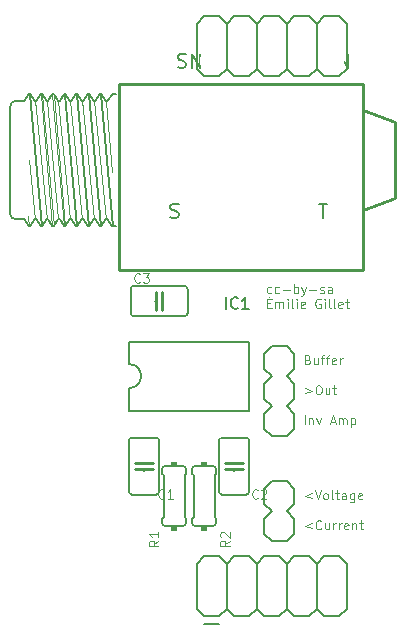
<source format=gbr>
%TF.GenerationSoftware,KiCad,Pcbnew,(5.1.5)-3*%
%TF.CreationDate,2020-03-15T10:13:34-07:00*%
%TF.ProjectId,bbf-audio_out_v1,6262662d-6175-4646-996f-5f6f75745f76,rev?*%
%TF.SameCoordinates,Original*%
%TF.FileFunction,Legend,Top*%
%TF.FilePolarity,Positive*%
%FSLAX46Y46*%
G04 Gerber Fmt 4.6, Leading zero omitted, Abs format (unit mm)*
G04 Created by KiCad (PCBNEW (5.1.5)-3) date 2020-03-15 10:13:34*
%MOMM*%
%LPD*%
G04 APERTURE LIST*
%ADD10C,0.121920*%
%ADD11C,0.100000*%
%ADD12C,0.203200*%
%ADD13C,0.152400*%
%ADD14C,0.120000*%
%ADD15C,0.127000*%
%ADD16C,0.254000*%
%ADD17C,0.144780*%
%ADD18C,0.077216*%
%ADD19C,2.082800*%
%ADD20C,2.102000*%
%ADD21C,2.603200*%
%ADD22C,2.303200*%
%ADD23C,1.473200*%
%ADD24C,1.625600*%
G04 APERTURE END LIST*
D10*
X154101582Y-108684865D02*
X154211890Y-108721635D01*
X154248660Y-108758404D01*
X154285429Y-108831943D01*
X154285429Y-108942252D01*
X154248660Y-109015791D01*
X154211890Y-109052560D01*
X154138351Y-109089330D01*
X153844195Y-109089330D01*
X153844195Y-108317170D01*
X154101582Y-108317170D01*
X154175121Y-108353940D01*
X154211890Y-108390709D01*
X154248660Y-108464248D01*
X154248660Y-108537787D01*
X154211890Y-108611326D01*
X154175121Y-108648096D01*
X154101582Y-108684865D01*
X153844195Y-108684865D01*
X154947281Y-108574557D02*
X154947281Y-109089330D01*
X154616355Y-108574557D02*
X154616355Y-108979021D01*
X154653125Y-109052560D01*
X154726664Y-109089330D01*
X154836972Y-109089330D01*
X154910511Y-109052560D01*
X154947281Y-109015791D01*
X155204668Y-108574557D02*
X155498824Y-108574557D01*
X155314976Y-109089330D02*
X155314976Y-108427479D01*
X155351746Y-108353940D01*
X155425285Y-108317170D01*
X155498824Y-108317170D01*
X155645902Y-108574557D02*
X155940058Y-108574557D01*
X155756210Y-109089330D02*
X155756210Y-108427479D01*
X155792980Y-108353940D01*
X155866519Y-108317170D01*
X155940058Y-108317170D01*
X156491601Y-109052560D02*
X156418062Y-109089330D01*
X156270984Y-109089330D01*
X156197445Y-109052560D01*
X156160675Y-108979021D01*
X156160675Y-108684865D01*
X156197445Y-108611326D01*
X156270984Y-108574557D01*
X156418062Y-108574557D01*
X156491601Y-108611326D01*
X156528370Y-108684865D01*
X156528370Y-108758404D01*
X156160675Y-108831943D01*
X156859296Y-109089330D02*
X156859296Y-108574557D01*
X156859296Y-108721635D02*
X156896066Y-108648096D01*
X156932835Y-108611326D01*
X157006374Y-108574557D01*
X157079913Y-108574557D01*
X153844195Y-114169330D02*
X153844195Y-113397170D01*
X154211890Y-113654557D02*
X154211890Y-114169330D01*
X154211890Y-113728096D02*
X154248660Y-113691326D01*
X154322199Y-113654557D01*
X154432508Y-113654557D01*
X154506047Y-113691326D01*
X154542816Y-113764865D01*
X154542816Y-114169330D01*
X154836972Y-113654557D02*
X155020820Y-114169330D01*
X155204668Y-113654557D01*
X156050367Y-113948713D02*
X156418062Y-113948713D01*
X155976828Y-114169330D02*
X156234214Y-113397170D01*
X156491601Y-114169330D01*
X156748988Y-114169330D02*
X156748988Y-113654557D01*
X156748988Y-113728096D02*
X156785757Y-113691326D01*
X156859296Y-113654557D01*
X156969605Y-113654557D01*
X157043144Y-113691326D01*
X157079913Y-113764865D01*
X157079913Y-114169330D01*
X157079913Y-113764865D02*
X157116683Y-113691326D01*
X157190222Y-113654557D01*
X157300530Y-113654557D01*
X157374069Y-113691326D01*
X157410839Y-113764865D01*
X157410839Y-114169330D01*
X157778534Y-113654557D02*
X157778534Y-114426717D01*
X157778534Y-113691326D02*
X157852073Y-113654557D01*
X157999151Y-113654557D01*
X158072690Y-113691326D01*
X158109460Y-113728096D01*
X158146229Y-113801635D01*
X158146229Y-114022252D01*
X158109460Y-114095791D01*
X158072690Y-114132560D01*
X157999151Y-114169330D01*
X157852073Y-114169330D01*
X157778534Y-114132560D01*
X154432508Y-122544557D02*
X153844195Y-122765174D01*
X154432508Y-122985791D01*
X155241437Y-122985791D02*
X155204668Y-123022560D01*
X155094359Y-123059330D01*
X155020820Y-123059330D01*
X154910511Y-123022560D01*
X154836972Y-122949021D01*
X154800203Y-122875482D01*
X154763433Y-122728404D01*
X154763433Y-122618096D01*
X154800203Y-122471018D01*
X154836972Y-122397479D01*
X154910511Y-122323940D01*
X155020820Y-122287170D01*
X155094359Y-122287170D01*
X155204668Y-122323940D01*
X155241437Y-122360709D01*
X155903288Y-122544557D02*
X155903288Y-123059330D01*
X155572363Y-122544557D02*
X155572363Y-122949021D01*
X155609132Y-123022560D01*
X155682671Y-123059330D01*
X155792980Y-123059330D01*
X155866519Y-123022560D01*
X155903288Y-122985791D01*
X156270984Y-123059330D02*
X156270984Y-122544557D01*
X156270984Y-122691635D02*
X156307753Y-122618096D01*
X156344523Y-122581326D01*
X156418062Y-122544557D01*
X156491601Y-122544557D01*
X156748988Y-123059330D02*
X156748988Y-122544557D01*
X156748988Y-122691635D02*
X156785757Y-122618096D01*
X156822527Y-122581326D01*
X156896066Y-122544557D01*
X156969605Y-122544557D01*
X157521148Y-123022560D02*
X157447608Y-123059330D01*
X157300530Y-123059330D01*
X157226991Y-123022560D01*
X157190222Y-122949021D01*
X157190222Y-122654865D01*
X157226991Y-122581326D01*
X157300530Y-122544557D01*
X157447608Y-122544557D01*
X157521148Y-122581326D01*
X157557917Y-122654865D01*
X157557917Y-122728404D01*
X157190222Y-122801943D01*
X157888843Y-122544557D02*
X157888843Y-123059330D01*
X157888843Y-122618096D02*
X157925612Y-122581326D01*
X157999151Y-122544557D01*
X158109460Y-122544557D01*
X158182999Y-122581326D01*
X158219768Y-122654865D01*
X158219768Y-123059330D01*
X158477155Y-122544557D02*
X158771311Y-122544557D01*
X158587464Y-122287170D02*
X158587464Y-122949021D01*
X158624233Y-123022560D01*
X158697772Y-123059330D01*
X158771311Y-123059330D01*
X154432508Y-120004557D02*
X153844195Y-120225174D01*
X154432508Y-120445791D01*
X154689894Y-119747170D02*
X154947281Y-120519330D01*
X155204668Y-119747170D01*
X155572363Y-120519330D02*
X155498824Y-120482560D01*
X155462054Y-120445791D01*
X155425285Y-120372252D01*
X155425285Y-120151635D01*
X155462054Y-120078096D01*
X155498824Y-120041326D01*
X155572363Y-120004557D01*
X155682671Y-120004557D01*
X155756210Y-120041326D01*
X155792980Y-120078096D01*
X155829749Y-120151635D01*
X155829749Y-120372252D01*
X155792980Y-120445791D01*
X155756210Y-120482560D01*
X155682671Y-120519330D01*
X155572363Y-120519330D01*
X156270984Y-120519330D02*
X156197445Y-120482560D01*
X156160675Y-120409021D01*
X156160675Y-119747170D01*
X156454831Y-120004557D02*
X156748988Y-120004557D01*
X156565140Y-119747170D02*
X156565140Y-120409021D01*
X156601909Y-120482560D01*
X156675448Y-120519330D01*
X156748988Y-120519330D01*
X157337300Y-120519330D02*
X157337300Y-120114865D01*
X157300530Y-120041326D01*
X157226991Y-120004557D01*
X157079913Y-120004557D01*
X157006374Y-120041326D01*
X157337300Y-120482560D02*
X157263761Y-120519330D01*
X157079913Y-120519330D01*
X157006374Y-120482560D01*
X156969605Y-120409021D01*
X156969605Y-120335482D01*
X157006374Y-120261943D01*
X157079913Y-120225174D01*
X157263761Y-120225174D01*
X157337300Y-120188404D01*
X158035921Y-120004557D02*
X158035921Y-120629639D01*
X157999151Y-120703178D01*
X157962382Y-120739947D01*
X157888843Y-120776717D01*
X157778534Y-120776717D01*
X157704995Y-120739947D01*
X158035921Y-120482560D02*
X157962382Y-120519330D01*
X157815304Y-120519330D01*
X157741765Y-120482560D01*
X157704995Y-120445791D01*
X157668226Y-120372252D01*
X157668226Y-120151635D01*
X157704995Y-120078096D01*
X157741765Y-120041326D01*
X157815304Y-120004557D01*
X157962382Y-120004557D01*
X158035921Y-120041326D01*
X158697772Y-120482560D02*
X158624233Y-120519330D01*
X158477155Y-120519330D01*
X158403616Y-120482560D01*
X158366847Y-120409021D01*
X158366847Y-120114865D01*
X158403616Y-120041326D01*
X158477155Y-120004557D01*
X158624233Y-120004557D01*
X158697772Y-120041326D01*
X158734542Y-120114865D01*
X158734542Y-120188404D01*
X158366847Y-120261943D01*
X153844195Y-111114557D02*
X154432508Y-111335174D01*
X153844195Y-111555791D01*
X154947281Y-110857170D02*
X155094359Y-110857170D01*
X155167898Y-110893940D01*
X155241437Y-110967479D01*
X155278207Y-111114557D01*
X155278207Y-111371943D01*
X155241437Y-111519021D01*
X155167898Y-111592560D01*
X155094359Y-111629330D01*
X154947281Y-111629330D01*
X154873742Y-111592560D01*
X154800203Y-111519021D01*
X154763433Y-111371943D01*
X154763433Y-111114557D01*
X154800203Y-110967479D01*
X154873742Y-110893940D01*
X154947281Y-110857170D01*
X155940058Y-111114557D02*
X155940058Y-111629330D01*
X155609132Y-111114557D02*
X155609132Y-111519021D01*
X155645902Y-111592560D01*
X155719441Y-111629330D01*
X155829749Y-111629330D01*
X155903288Y-111592560D01*
X155940058Y-111555791D01*
X156197445Y-111114557D02*
X156491601Y-111114557D01*
X156307753Y-110857170D02*
X156307753Y-111519021D01*
X156344523Y-111592560D01*
X156418062Y-111629330D01*
X156491601Y-111629330D01*
X151000121Y-103020060D02*
X150926582Y-103056830D01*
X150779504Y-103056830D01*
X150705965Y-103020060D01*
X150669195Y-102983291D01*
X150632426Y-102909752D01*
X150632426Y-102689135D01*
X150669195Y-102615596D01*
X150705965Y-102578826D01*
X150779504Y-102542057D01*
X150926582Y-102542057D01*
X151000121Y-102578826D01*
X151661972Y-103020060D02*
X151588433Y-103056830D01*
X151441355Y-103056830D01*
X151367816Y-103020060D01*
X151331047Y-102983291D01*
X151294277Y-102909752D01*
X151294277Y-102689135D01*
X151331047Y-102615596D01*
X151367816Y-102578826D01*
X151441355Y-102542057D01*
X151588433Y-102542057D01*
X151661972Y-102578826D01*
X151992898Y-102762674D02*
X152581210Y-102762674D01*
X152948906Y-103056830D02*
X152948906Y-102284670D01*
X152948906Y-102578826D02*
X153022445Y-102542057D01*
X153169523Y-102542057D01*
X153243062Y-102578826D01*
X153279831Y-102615596D01*
X153316601Y-102689135D01*
X153316601Y-102909752D01*
X153279831Y-102983291D01*
X153243062Y-103020060D01*
X153169523Y-103056830D01*
X153022445Y-103056830D01*
X152948906Y-103020060D01*
X153573988Y-102542057D02*
X153757835Y-103056830D01*
X153941683Y-102542057D02*
X153757835Y-103056830D01*
X153684296Y-103240678D01*
X153647527Y-103277447D01*
X153573988Y-103314217D01*
X154235839Y-102762674D02*
X154824151Y-102762674D01*
X155155077Y-103020060D02*
X155228616Y-103056830D01*
X155375694Y-103056830D01*
X155449233Y-103020060D01*
X155486003Y-102946521D01*
X155486003Y-102909752D01*
X155449233Y-102836213D01*
X155375694Y-102799443D01*
X155265386Y-102799443D01*
X155191847Y-102762674D01*
X155155077Y-102689135D01*
X155155077Y-102652365D01*
X155191847Y-102578826D01*
X155265386Y-102542057D01*
X155375694Y-102542057D01*
X155449233Y-102578826D01*
X156147854Y-103056830D02*
X156147854Y-102652365D01*
X156111085Y-102578826D01*
X156037546Y-102542057D01*
X155890468Y-102542057D01*
X155816928Y-102578826D01*
X156147854Y-103020060D02*
X156074315Y-103056830D01*
X155890468Y-103056830D01*
X155816928Y-103020060D01*
X155780159Y-102946521D01*
X155780159Y-102872982D01*
X155816928Y-102799443D01*
X155890468Y-102762674D01*
X156074315Y-102762674D01*
X156147854Y-102725904D01*
X150669195Y-103922365D02*
X150926582Y-103922365D01*
X151036890Y-104326830D02*
X150669195Y-104326830D01*
X150669195Y-103554670D01*
X151036890Y-103554670D01*
X150926582Y-103260514D02*
X150816273Y-103370822D01*
X151367816Y-104326830D02*
X151367816Y-103812057D01*
X151367816Y-103885596D02*
X151404586Y-103848826D01*
X151478125Y-103812057D01*
X151588433Y-103812057D01*
X151661972Y-103848826D01*
X151698742Y-103922365D01*
X151698742Y-104326830D01*
X151698742Y-103922365D02*
X151735511Y-103848826D01*
X151809050Y-103812057D01*
X151919359Y-103812057D01*
X151992898Y-103848826D01*
X152029668Y-103922365D01*
X152029668Y-104326830D01*
X152397363Y-104326830D02*
X152397363Y-103812057D01*
X152397363Y-103554670D02*
X152360593Y-103591440D01*
X152397363Y-103628209D01*
X152434132Y-103591440D01*
X152397363Y-103554670D01*
X152397363Y-103628209D01*
X152875367Y-104326830D02*
X152801828Y-104290060D01*
X152765058Y-104216521D01*
X152765058Y-103554670D01*
X153169523Y-104326830D02*
X153169523Y-103812057D01*
X153169523Y-103554670D02*
X153132753Y-103591440D01*
X153169523Y-103628209D01*
X153206292Y-103591440D01*
X153169523Y-103554670D01*
X153169523Y-103628209D01*
X153831374Y-104290060D02*
X153757835Y-104326830D01*
X153610757Y-104326830D01*
X153537218Y-104290060D01*
X153500448Y-104216521D01*
X153500448Y-103922365D01*
X153537218Y-103848826D01*
X153610757Y-103812057D01*
X153757835Y-103812057D01*
X153831374Y-103848826D01*
X153868144Y-103922365D01*
X153868144Y-103995904D01*
X153500448Y-104069443D01*
X155191847Y-103591440D02*
X155118308Y-103554670D01*
X155007999Y-103554670D01*
X154897690Y-103591440D01*
X154824151Y-103664979D01*
X154787382Y-103738518D01*
X154750612Y-103885596D01*
X154750612Y-103995904D01*
X154787382Y-104142982D01*
X154824151Y-104216521D01*
X154897690Y-104290060D01*
X155007999Y-104326830D01*
X155081538Y-104326830D01*
X155191847Y-104290060D01*
X155228616Y-104253291D01*
X155228616Y-103995904D01*
X155081538Y-103995904D01*
X155559542Y-104326830D02*
X155559542Y-103812057D01*
X155559542Y-103554670D02*
X155522772Y-103591440D01*
X155559542Y-103628209D01*
X155596311Y-103591440D01*
X155559542Y-103554670D01*
X155559542Y-103628209D01*
X156037546Y-104326830D02*
X155964007Y-104290060D01*
X155927237Y-104216521D01*
X155927237Y-103554670D01*
X156442010Y-104326830D02*
X156368471Y-104290060D01*
X156331702Y-104216521D01*
X156331702Y-103554670D01*
X157030323Y-104290060D02*
X156956784Y-104326830D01*
X156809706Y-104326830D01*
X156736167Y-104290060D01*
X156699397Y-104216521D01*
X156699397Y-103922365D01*
X156736167Y-103848826D01*
X156809706Y-103812057D01*
X156956784Y-103812057D01*
X157030323Y-103848826D01*
X157067092Y-103922365D01*
X157067092Y-103995904D01*
X156699397Y-104069443D01*
X157287709Y-103812057D02*
X157581866Y-103812057D01*
X157398018Y-103554670D02*
X157398018Y-104216521D01*
X157434788Y-104290060D01*
X157508327Y-104326830D01*
X157581866Y-104326830D01*
D11*
%TO.C,JP1*%
G36*
X151295100Y-83662600D02*
G01*
X151295100Y-83154600D01*
X150787100Y-83154600D01*
X150787100Y-83662600D01*
X151295100Y-83662600D01*
G37*
D12*
X145326100Y-85313600D02*
X146596100Y-85313600D01*
D13*
X155486100Y-84678600D02*
X156756100Y-84678600D01*
X157391100Y-80233600D02*
X157391100Y-84043600D01*
X156756100Y-79598600D02*
X157391100Y-80233600D01*
X155486100Y-79598600D02*
X156756100Y-79598600D01*
X154851100Y-80233600D02*
X155486100Y-79598600D01*
X156756100Y-84678600D02*
X157391100Y-84043600D01*
X154851100Y-84043600D02*
X155486100Y-84678600D01*
X145326100Y-84678600D02*
X146596100Y-84678600D01*
X147866100Y-84678600D02*
X149136100Y-84678600D01*
X150406100Y-84678600D02*
X151676100Y-84678600D01*
X152946100Y-84678600D02*
X154216100Y-84678600D01*
X154851100Y-80233600D02*
X154851100Y-84043600D01*
X152311100Y-80233600D02*
X152311100Y-84043600D01*
X149771100Y-80233600D02*
X149771100Y-84043600D01*
X147231100Y-80233600D02*
X147231100Y-84043600D01*
X154216100Y-79598600D02*
X154851100Y-80233600D01*
X152946100Y-79598600D02*
X154216100Y-79598600D01*
X152311100Y-80233600D02*
X152946100Y-79598600D01*
X151676100Y-79598600D02*
X152311100Y-80233600D01*
X150406100Y-79598600D02*
X151676100Y-79598600D01*
X149771100Y-80233600D02*
X150406100Y-79598600D01*
X149136100Y-79598600D02*
X149771100Y-80233600D01*
X147866100Y-79598600D02*
X149136100Y-79598600D01*
X147231100Y-80233600D02*
X147866100Y-79598600D01*
X146596100Y-79598600D02*
X147231100Y-80233600D01*
X145326100Y-79598600D02*
X146596100Y-79598600D01*
X144691100Y-80233600D02*
X145326100Y-79598600D01*
X144691100Y-84043600D02*
X144691100Y-80233600D01*
X154216100Y-84678600D02*
X154851100Y-84043600D01*
X152311100Y-84043600D02*
X152946100Y-84678600D01*
X151676100Y-84678600D02*
X152311100Y-84043600D01*
X149771100Y-84043600D02*
X150406100Y-84678600D01*
X149136100Y-84678600D02*
X149771100Y-84043600D01*
X147231100Y-84043600D02*
X147866100Y-84678600D01*
X146596100Y-84678600D02*
X147231100Y-84043600D01*
X144691100Y-84043600D02*
X145326100Y-84678600D01*
D11*
%TO.C,JP3*%
G36*
X151295100Y-129382600D02*
G01*
X151295100Y-128874600D01*
X150787100Y-128874600D01*
X150787100Y-129382600D01*
X151295100Y-129382600D01*
G37*
D12*
X145326100Y-131033600D02*
X146596100Y-131033600D01*
D13*
X155486100Y-130398600D02*
X156756100Y-130398600D01*
X157391100Y-125953600D02*
X157391100Y-129763600D01*
X156756100Y-125318600D02*
X157391100Y-125953600D01*
X155486100Y-125318600D02*
X156756100Y-125318600D01*
X154851100Y-125953600D02*
X155486100Y-125318600D01*
X156756100Y-130398600D02*
X157391100Y-129763600D01*
X154851100Y-129763600D02*
X155486100Y-130398600D01*
X145326100Y-130398600D02*
X146596100Y-130398600D01*
X147866100Y-130398600D02*
X149136100Y-130398600D01*
X150406100Y-130398600D02*
X151676100Y-130398600D01*
X152946100Y-130398600D02*
X154216100Y-130398600D01*
X154851100Y-125953600D02*
X154851100Y-129763600D01*
X152311100Y-125953600D02*
X152311100Y-129763600D01*
X149771100Y-125953600D02*
X149771100Y-129763600D01*
X147231100Y-125953600D02*
X147231100Y-129763600D01*
X154216100Y-125318600D02*
X154851100Y-125953600D01*
X152946100Y-125318600D02*
X154216100Y-125318600D01*
X152311100Y-125953600D02*
X152946100Y-125318600D01*
X151676100Y-125318600D02*
X152311100Y-125953600D01*
X150406100Y-125318600D02*
X151676100Y-125318600D01*
X149771100Y-125953600D02*
X150406100Y-125318600D01*
X149136100Y-125318600D02*
X149771100Y-125953600D01*
X147866100Y-125318600D02*
X149136100Y-125318600D01*
X147231100Y-125953600D02*
X147866100Y-125318600D01*
X146596100Y-125318600D02*
X147231100Y-125953600D01*
X145326100Y-125318600D02*
X146596100Y-125318600D01*
X144691100Y-125953600D02*
X145326100Y-125318600D01*
X144691100Y-129763600D02*
X144691100Y-125953600D01*
X154216100Y-130398600D02*
X154851100Y-129763600D01*
X152311100Y-129763600D02*
X152946100Y-130398600D01*
X151676100Y-130398600D02*
X152311100Y-129763600D01*
X149771100Y-129763600D02*
X150406100Y-130398600D01*
X149136100Y-130398600D02*
X149771100Y-129763600D01*
X147231100Y-129763600D02*
X147866100Y-130398600D01*
X146596100Y-130398600D02*
X147231100Y-129763600D01*
X144691100Y-129763600D02*
X145326100Y-130398600D01*
D14*
%TO.C,J5*%
X136593100Y-86190600D02*
X137593100Y-97390600D01*
X136593100Y-97390600D02*
X135593100Y-86190600D01*
X134593100Y-86190600D02*
X135593100Y-97390600D01*
X134593100Y-97390600D02*
X133593100Y-86290600D01*
X133593100Y-97390600D02*
X132593100Y-86190600D01*
X132593100Y-97390600D02*
X131593100Y-86190600D01*
X131593100Y-97390600D02*
X130593100Y-86190600D01*
X130493100Y-97390600D02*
X130393100Y-96490600D01*
X136993100Y-86890600D02*
X137493100Y-92790600D01*
X135993100Y-86790600D02*
X136993100Y-96790600D01*
X135993100Y-96790600D02*
X134993100Y-86690600D01*
X133993100Y-86790600D02*
X134993100Y-96790600D01*
X133993100Y-96790600D02*
X132993100Y-86790600D01*
X130993100Y-96790600D02*
X130493100Y-91790600D01*
X131993100Y-96790600D02*
X130993100Y-86690600D01*
X131993100Y-86790600D02*
X132993100Y-96790600D01*
X131493100Y-97390600D02*
X130493100Y-86190600D01*
X131493100Y-86190600D02*
X132493100Y-97390600D01*
X133493100Y-97390600D02*
X132493100Y-86190600D01*
X133493100Y-86190600D02*
X134493100Y-97390600D01*
X135493100Y-97390600D02*
X134493100Y-86190600D01*
X135493100Y-86190600D02*
X136493100Y-97390600D01*
X137493100Y-97390600D02*
X136493100Y-86190600D01*
D15*
X137593100Y-86190600D02*
X137833100Y-86190600D01*
X137093100Y-86790600D02*
X137593100Y-86190600D01*
X136993100Y-86790600D02*
X137093100Y-86790600D01*
X136593100Y-86190600D02*
X136993100Y-86790600D01*
X136493100Y-86190600D02*
X136593100Y-86190600D01*
X136093100Y-86790600D02*
X136493100Y-86190600D01*
X135993100Y-86790600D02*
X136093100Y-86790600D01*
X135593100Y-86190600D02*
X135993100Y-86790600D01*
X135493100Y-86190600D02*
X135593100Y-86190600D01*
X135093100Y-86790600D02*
X135493100Y-86190600D01*
X134993100Y-86790600D02*
X135093100Y-86790600D01*
X134593100Y-86190600D02*
X134993100Y-86790600D01*
X134493100Y-86190600D02*
X134593100Y-86190600D01*
X134093100Y-86790600D02*
X134493100Y-86190600D01*
X133993100Y-86790600D02*
X134093100Y-86790600D01*
X133593100Y-86190600D02*
X133993100Y-86790600D01*
X133493100Y-86190600D02*
X133593100Y-86190600D01*
X133093100Y-86790600D02*
X133493100Y-86190600D01*
X132993100Y-86790600D02*
X133093100Y-86790600D01*
X132593100Y-86190600D02*
X132993100Y-86790600D01*
X132493100Y-86190600D02*
X132593100Y-86190600D01*
X132093100Y-86790600D02*
X132493100Y-86190600D01*
X131993100Y-86790600D02*
X132093100Y-86790600D01*
X131593100Y-86190600D02*
X131993100Y-86790600D01*
X131493100Y-86190600D02*
X131593100Y-86190600D01*
X131093100Y-86790600D02*
X131493100Y-86190600D01*
X130993100Y-86790600D02*
X131093100Y-86790600D01*
X130593100Y-86190600D02*
X130993100Y-86790600D01*
X130493100Y-86190600D02*
X130593100Y-86190600D01*
X130093100Y-86790600D02*
X130493100Y-86190600D01*
X129333100Y-86790600D02*
X130093100Y-86790600D01*
X129333100Y-86790600D02*
G75*
G03X128933100Y-87190600I0J-400000D01*
G01*
X128933100Y-96390600D02*
X128933100Y-87190600D01*
X128933100Y-96390600D02*
G75*
G03X129333100Y-96790600I400000J0D01*
G01*
X130093100Y-96790600D02*
X129333100Y-96790600D01*
X137593100Y-97390600D02*
X137833100Y-97390600D01*
X137493100Y-97390600D02*
X137593100Y-97390600D01*
X137093100Y-96790600D02*
X137493100Y-97390600D01*
X136993100Y-96790600D02*
X137093100Y-96790600D01*
X136593100Y-97390600D02*
X136993100Y-96790600D01*
X136493100Y-97390600D02*
X136593100Y-97390600D01*
X136093100Y-96790600D02*
X136493100Y-97390600D01*
X135993100Y-96790600D02*
X136093100Y-96790600D01*
X135593100Y-97390600D02*
X135993100Y-96790600D01*
X135493100Y-97390600D02*
X135593100Y-97390600D01*
X135093100Y-96790600D02*
X135493100Y-97390600D01*
X134993100Y-96790600D02*
X135093100Y-96790600D01*
X134593100Y-97390600D02*
X134993100Y-96790600D01*
X134493100Y-97390600D02*
X134593100Y-97390600D01*
X134093100Y-96790600D02*
X134493100Y-97390600D01*
X133993100Y-96790600D02*
X134093100Y-96790600D01*
X133593100Y-97390600D02*
X133993100Y-96790600D01*
X133493100Y-97390600D02*
X133593100Y-97390600D01*
X133093100Y-96790600D02*
X133493100Y-97390600D01*
X132993100Y-96790600D02*
X133093100Y-96790600D01*
X132593100Y-97390600D02*
X132993100Y-96790600D01*
X132493100Y-97390600D02*
X132593100Y-97390600D01*
X132093100Y-96790600D02*
X132493100Y-97390600D01*
X131993100Y-96790600D02*
X132093100Y-96790600D01*
X131593100Y-97390600D02*
X131993100Y-96790600D01*
X131493100Y-97390600D02*
X131593100Y-97390600D01*
X131093100Y-96790600D02*
X131493100Y-97390600D01*
X130993100Y-96790600D02*
X131093100Y-96790600D01*
X130593100Y-97390600D02*
X130993100Y-96790600D01*
X130493100Y-97390600D02*
X130593100Y-97390600D01*
X130093100Y-96790600D02*
X130493100Y-97390600D01*
D16*
X161509100Y-95020600D02*
X158751100Y-96028600D01*
X161509100Y-88536600D02*
X161509100Y-95020600D01*
X158751100Y-87528600D02*
X161509100Y-88536600D01*
X138151100Y-86828600D02*
X138151100Y-101128600D01*
X138151100Y-85378600D02*
X138151100Y-86828600D01*
X158751100Y-85378600D02*
X138151100Y-85378600D01*
X158751100Y-87528600D02*
X158751100Y-85378600D01*
X158751100Y-96028600D02*
X158751100Y-87528600D01*
X158751100Y-101128600D02*
X158751100Y-96028600D01*
X138151100Y-101128600D02*
X158751100Y-101128600D01*
D13*
%TO.C,IC1*%
X138976100Y-111094600D02*
G75*
G03X138976100Y-109062600I0J1016000D01*
G01*
X138976100Y-112999600D02*
X138976100Y-111094600D01*
X138976100Y-107157600D02*
X138976100Y-109062600D01*
X149136100Y-107157600D02*
X149136100Y-112999600D01*
X138976100Y-112999600D02*
X149136100Y-112999600D01*
X149136100Y-107157600D02*
X138976100Y-107157600D01*
D11*
%TO.C,R1*%
G36*
X142532100Y-117317600D02*
G01*
X142532100Y-117698600D01*
X143040100Y-117698600D01*
X143040100Y-117317600D01*
X142532100Y-117317600D01*
G37*
G36*
X142532100Y-122778600D02*
G01*
X142532100Y-123159600D01*
X143040100Y-123159600D01*
X143040100Y-122778600D01*
X142532100Y-122778600D01*
G37*
D13*
X142024100Y-122778600D02*
X143548100Y-122778600D01*
X141770100Y-122524600D02*
X141770100Y-122143600D01*
X143802100Y-122524600D02*
X143802100Y-122143600D01*
X141897100Y-122016600D02*
X141897100Y-118460600D01*
X141897100Y-122016600D02*
X141770100Y-122143600D01*
X143675100Y-122016600D02*
X143675100Y-118460600D01*
X143675100Y-122016600D02*
X143802100Y-122143600D01*
X141897100Y-118460600D02*
X141770100Y-118333600D01*
X141770100Y-117952600D02*
X141770100Y-118333600D01*
X143675100Y-118460600D02*
X143802100Y-118333600D01*
X143802100Y-117952600D02*
X143802100Y-118333600D01*
X142024100Y-117698600D02*
X143548100Y-117698600D01*
X143548100Y-122778600D02*
G75*
G03X143802100Y-122524600I0J254000D01*
G01*
X142024100Y-122778600D02*
G75*
G02X141770100Y-122524600I0J254000D01*
G01*
X141770100Y-117952600D02*
G75*
G02X142024100Y-117698600I254000J0D01*
G01*
X143802100Y-117952600D02*
G75*
G03X143548100Y-117698600I-254000J0D01*
G01*
%TO.C,C1*%
X140246100Y-117444600D02*
X140246100Y-117317600D01*
D16*
X140246100Y-117444600D02*
X139484100Y-117444600D01*
X141008100Y-117444600D02*
X140246100Y-117444600D01*
X140246100Y-117952600D02*
X139484100Y-117952600D01*
X140246100Y-117952600D02*
X141008100Y-117952600D01*
D13*
X140246100Y-118079600D02*
X140246100Y-117952600D01*
X138976100Y-115539600D02*
G75*
G02X139230100Y-115285600I254000J0D01*
G01*
X139230100Y-120111600D02*
G75*
G02X138976100Y-119857600I0J254000D01*
G01*
X141516100Y-115539600D02*
G75*
G03X141262100Y-115285600I-254000J0D01*
G01*
X141262100Y-120111600D02*
G75*
G03X141516100Y-119857600I0J254000D01*
G01*
X141262100Y-115285600D02*
X139230100Y-115285600D01*
X141262100Y-120111600D02*
X139230100Y-120111600D01*
X138976100Y-119857600D02*
X138976100Y-115539600D01*
X141516100Y-115539600D02*
X141516100Y-119857600D01*
D11*
%TO.C,R2*%
G36*
X145072100Y-117317600D02*
G01*
X145072100Y-117698600D01*
X145580100Y-117698600D01*
X145580100Y-117317600D01*
X145072100Y-117317600D01*
G37*
G36*
X145072100Y-122778600D02*
G01*
X145072100Y-123159600D01*
X145580100Y-123159600D01*
X145580100Y-122778600D01*
X145072100Y-122778600D01*
G37*
D13*
X144564100Y-122778600D02*
X146088100Y-122778600D01*
X144310100Y-122524600D02*
X144310100Y-122143600D01*
X146342100Y-122524600D02*
X146342100Y-122143600D01*
X144437100Y-122016600D02*
X144437100Y-118460600D01*
X144437100Y-122016600D02*
X144310100Y-122143600D01*
X146215100Y-122016600D02*
X146215100Y-118460600D01*
X146215100Y-122016600D02*
X146342100Y-122143600D01*
X144437100Y-118460600D02*
X144310100Y-118333600D01*
X144310100Y-117952600D02*
X144310100Y-118333600D01*
X146215100Y-118460600D02*
X146342100Y-118333600D01*
X146342100Y-117952600D02*
X146342100Y-118333600D01*
X144564100Y-117698600D02*
X146088100Y-117698600D01*
X146088100Y-122778600D02*
G75*
G03X146342100Y-122524600I0J254000D01*
G01*
X144564100Y-122778600D02*
G75*
G02X144310100Y-122524600I0J254000D01*
G01*
X144310100Y-117952600D02*
G75*
G02X144564100Y-117698600I254000J0D01*
G01*
X146342100Y-117952600D02*
G75*
G03X146088100Y-117698600I-254000J0D01*
G01*
D12*
%TO.C,JP2*%
X152311100Y-124048600D02*
X151041100Y-124048600D01*
X150406100Y-120873600D02*
X150406100Y-119603600D01*
X151041100Y-118968600D02*
X150406100Y-119603600D01*
X152946100Y-119603600D02*
X152311100Y-118968600D01*
X152311100Y-118968600D02*
X151041100Y-118968600D01*
X150406100Y-122143600D02*
X151041100Y-121508600D01*
X150406100Y-123413600D02*
X150406100Y-122143600D01*
X151041100Y-124048600D02*
X150406100Y-123413600D01*
X152946100Y-123413600D02*
X152311100Y-124048600D01*
X152946100Y-122143600D02*
X152946100Y-123413600D01*
X152311100Y-121508600D02*
X152946100Y-122143600D01*
X151041100Y-121508600D02*
X150406100Y-120873600D01*
X152946100Y-120873600D02*
X152311100Y-121508600D01*
X152946100Y-119603600D02*
X152946100Y-120873600D01*
%TO.C,JP4*%
X151041100Y-107538600D02*
X152311100Y-107538600D01*
X152946100Y-113253600D02*
X152946100Y-114523600D01*
X152311100Y-115158600D02*
X152946100Y-114523600D01*
X150406100Y-114523600D02*
X151041100Y-115158600D01*
X151041100Y-115158600D02*
X152311100Y-115158600D01*
X152946100Y-111983600D02*
X152311100Y-112618600D01*
X152946100Y-110713600D02*
X152946100Y-111983600D01*
X152311100Y-110078600D02*
X152946100Y-110713600D01*
X150406100Y-110713600D02*
X151041100Y-110078600D01*
X150406100Y-111983600D02*
X150406100Y-110713600D01*
X151041100Y-112618600D02*
X150406100Y-111983600D01*
X152311100Y-112618600D02*
X152946100Y-113253600D01*
X150406100Y-113253600D02*
X151041100Y-112618600D01*
X150406100Y-114523600D02*
X150406100Y-113253600D01*
X152946100Y-109443600D02*
X152311100Y-110078600D01*
X152946100Y-108173600D02*
X152946100Y-109443600D01*
X152311100Y-107538600D02*
X152946100Y-108173600D01*
X150406100Y-108173600D02*
X151041100Y-107538600D01*
X150406100Y-109443600D02*
X150406100Y-108173600D01*
X151041100Y-110078600D02*
X150406100Y-109443600D01*
D13*
%TO.C,C2*%
X147866100Y-117952600D02*
X147866100Y-118079600D01*
D16*
X147866100Y-117952600D02*
X148628100Y-117952600D01*
X147104100Y-117952600D02*
X147866100Y-117952600D01*
X147866100Y-117444600D02*
X148628100Y-117444600D01*
X147866100Y-117444600D02*
X147104100Y-117444600D01*
D13*
X147866100Y-117317600D02*
X147866100Y-117444600D01*
X149136100Y-119857600D02*
G75*
G02X148882100Y-120111600I-254000J0D01*
G01*
X148882100Y-115285600D02*
G75*
G02X149136100Y-115539600I0J-254000D01*
G01*
X146596100Y-119857600D02*
G75*
G03X146850100Y-120111600I254000J0D01*
G01*
X146850100Y-115285600D02*
G75*
G03X146596100Y-115539600I0J-254000D01*
G01*
X146850100Y-120111600D02*
X148882100Y-120111600D01*
X146850100Y-115285600D02*
X148882100Y-115285600D01*
X149136100Y-115539600D02*
X149136100Y-119857600D01*
X146596100Y-119857600D02*
X146596100Y-115539600D01*
%TO.C,C3*%
X141262100Y-103728600D02*
X141135100Y-103728600D01*
D16*
X141262100Y-103728600D02*
X141262100Y-104490600D01*
X141262100Y-102966600D02*
X141262100Y-103728600D01*
X141770100Y-103728600D02*
X141770100Y-104490600D01*
X141770100Y-103728600D02*
X141770100Y-102966600D01*
D13*
X141897100Y-103728600D02*
X141770100Y-103728600D01*
X139357100Y-104998600D02*
G75*
G02X139103100Y-104744600I0J254000D01*
G01*
X143929100Y-104744600D02*
G75*
G02X143675100Y-104998600I-254000J0D01*
G01*
X139357100Y-102458600D02*
G75*
G03X139103100Y-102712600I0J-254000D01*
G01*
X143929100Y-102712600D02*
G75*
G03X143675100Y-102458600I-254000J0D01*
G01*
X139103100Y-102712600D02*
X139103100Y-104744600D01*
X143929100Y-102712600D02*
X143929100Y-104744600D01*
X143675100Y-104998600D02*
X139357100Y-104998600D01*
X139357100Y-102458600D02*
X143675100Y-102458600D01*
%TO.C,J5*%
X143114969Y-83928695D02*
X143287326Y-83986147D01*
X143574588Y-83986147D01*
X143689493Y-83928695D01*
X143746945Y-83871242D01*
X143804398Y-83756338D01*
X143804398Y-83641433D01*
X143746945Y-83526528D01*
X143689493Y-83469076D01*
X143574588Y-83411623D01*
X143344779Y-83354171D01*
X143229874Y-83296719D01*
X143172421Y-83239266D01*
X143114969Y-83124361D01*
X143114969Y-83009457D01*
X143172421Y-82894552D01*
X143229874Y-82837100D01*
X143344779Y-82779647D01*
X143632040Y-82779647D01*
X143804398Y-82837100D01*
X144321469Y-83986147D02*
X144321469Y-82779647D01*
X145010898Y-83986147D01*
X145010898Y-82779647D01*
X155700064Y-82779647D02*
X156389493Y-82779647D01*
X156044779Y-83986147D02*
X156044779Y-82779647D01*
X156791660Y-83986147D02*
X156791660Y-82779647D01*
X157481088Y-83986147D01*
X157481088Y-82779647D01*
X142479969Y-96628695D02*
X142652326Y-96686147D01*
X142939588Y-96686147D01*
X143054493Y-96628695D01*
X143111945Y-96571242D01*
X143169398Y-96456338D01*
X143169398Y-96341433D01*
X143111945Y-96226528D01*
X143054493Y-96169076D01*
X142939588Y-96111623D01*
X142709779Y-96054171D01*
X142594874Y-95996719D01*
X142537421Y-95939266D01*
X142479969Y-95824361D01*
X142479969Y-95709457D01*
X142537421Y-95594552D01*
X142594874Y-95537100D01*
X142709779Y-95479647D01*
X142997040Y-95479647D01*
X143169398Y-95537100D01*
X155065064Y-95479647D02*
X155754493Y-95479647D01*
X155409779Y-96686147D02*
X155409779Y-95479647D01*
%TO.C,IC1*%
D17*
X147174016Y-104381138D02*
X147174016Y-103415938D01*
X148185178Y-104289214D02*
X148139216Y-104335176D01*
X148001330Y-104381138D01*
X147909407Y-104381138D01*
X147771521Y-104335176D01*
X147679597Y-104243252D01*
X147633635Y-104151328D01*
X147587673Y-103967480D01*
X147587673Y-103829595D01*
X147633635Y-103645747D01*
X147679597Y-103553823D01*
X147771521Y-103461900D01*
X147909407Y-103415938D01*
X148001330Y-103415938D01*
X148139216Y-103461900D01*
X148185178Y-103507861D01*
X149104416Y-104381138D02*
X148552873Y-104381138D01*
X148828645Y-104381138D02*
X148828645Y-103415938D01*
X148736721Y-103553823D01*
X148644797Y-103645747D01*
X148552873Y-103691709D01*
%TO.C,R1*%
D18*
X141453930Y-124008327D02*
X141086235Y-124265714D01*
X141453930Y-124449561D02*
X140681770Y-124449561D01*
X140681770Y-124155405D01*
X140718540Y-124081866D01*
X140755309Y-124045097D01*
X140828848Y-124008327D01*
X140939157Y-124008327D01*
X141012696Y-124045097D01*
X141049465Y-124081866D01*
X141086235Y-124155405D01*
X141086235Y-124449561D01*
X141453930Y-123272937D02*
X141453930Y-123714171D01*
X141453930Y-123493554D02*
X140681770Y-123493554D01*
X140792079Y-123567093D01*
X140865618Y-123640632D01*
X140902387Y-123714171D01*
%TO.C,C1*%
X141937372Y-120382291D02*
X141900602Y-120419060D01*
X141790294Y-120455830D01*
X141716755Y-120455830D01*
X141606446Y-120419060D01*
X141532907Y-120345521D01*
X141496138Y-120271982D01*
X141459368Y-120124904D01*
X141459368Y-120014596D01*
X141496138Y-119867518D01*
X141532907Y-119793979D01*
X141606446Y-119720440D01*
X141716755Y-119683670D01*
X141790294Y-119683670D01*
X141900602Y-119720440D01*
X141937372Y-119757209D01*
X142672762Y-120455830D02*
X142231528Y-120455830D01*
X142452145Y-120455830D02*
X142452145Y-119683670D01*
X142378606Y-119793979D01*
X142305067Y-119867518D01*
X142231528Y-119904287D01*
%TO.C,R2*%
X147486430Y-124008327D02*
X147118735Y-124265714D01*
X147486430Y-124449561D02*
X146714270Y-124449561D01*
X146714270Y-124155405D01*
X146751040Y-124081866D01*
X146787809Y-124045097D01*
X146861348Y-124008327D01*
X146971657Y-124008327D01*
X147045196Y-124045097D01*
X147081965Y-124081866D01*
X147118735Y-124155405D01*
X147118735Y-124449561D01*
X146787809Y-123714171D02*
X146751040Y-123677401D01*
X146714270Y-123603862D01*
X146714270Y-123420015D01*
X146751040Y-123346476D01*
X146787809Y-123309706D01*
X146861348Y-123272937D01*
X146934887Y-123272937D01*
X147045196Y-123309706D01*
X147486430Y-123750941D01*
X147486430Y-123272937D01*
%TO.C,C2*%
X149874872Y-120382291D02*
X149838102Y-120419060D01*
X149727794Y-120455830D01*
X149654255Y-120455830D01*
X149543946Y-120419060D01*
X149470407Y-120345521D01*
X149433638Y-120271982D01*
X149396868Y-120124904D01*
X149396868Y-120014596D01*
X149433638Y-119867518D01*
X149470407Y-119793979D01*
X149543946Y-119720440D01*
X149654255Y-119683670D01*
X149727794Y-119683670D01*
X149838102Y-119720440D01*
X149874872Y-119757209D01*
X150169028Y-119757209D02*
X150205798Y-119720440D01*
X150279337Y-119683670D01*
X150463184Y-119683670D01*
X150536723Y-119720440D01*
X150573493Y-119757209D01*
X150610262Y-119830748D01*
X150610262Y-119904287D01*
X150573493Y-120014596D01*
X150132258Y-120455830D01*
X150610262Y-120455830D01*
%TO.C,C3*%
X139905372Y-102094291D02*
X139868602Y-102131060D01*
X139758294Y-102167830D01*
X139684755Y-102167830D01*
X139574446Y-102131060D01*
X139500907Y-102057521D01*
X139464138Y-101983982D01*
X139427368Y-101836904D01*
X139427368Y-101726596D01*
X139464138Y-101579518D01*
X139500907Y-101505979D01*
X139574446Y-101432440D01*
X139684755Y-101395670D01*
X139758294Y-101395670D01*
X139868602Y-101432440D01*
X139905372Y-101469209D01*
X140162758Y-101395670D02*
X140640762Y-101395670D01*
X140383376Y-101689826D01*
X140493684Y-101689826D01*
X140567223Y-101726596D01*
X140603993Y-101763365D01*
X140640762Y-101836904D01*
X140640762Y-102020752D01*
X140603993Y-102094291D01*
X140567223Y-102131060D01*
X140493684Y-102167830D01*
X140273067Y-102167830D01*
X140199528Y-102131060D01*
X140162758Y-102094291D01*
%TD*%
%LPC*%
D19*
%TO.C,JP1*%
X156121100Y-80868600D03*
X156121100Y-83408600D03*
X153581100Y-80868600D03*
X153581100Y-83408600D03*
X151041100Y-80868600D03*
X151041100Y-83408600D03*
X148501100Y-80868600D03*
X148501100Y-83408600D03*
X145961100Y-80868600D03*
X145961100Y-83408600D03*
%TD*%
%TO.C,JP3*%
X156121100Y-126588600D03*
X156121100Y-129128600D03*
X153581100Y-126588600D03*
X153581100Y-129128600D03*
X151041100Y-126588600D03*
X151041100Y-129128600D03*
X148501100Y-126588600D03*
X148501100Y-129128600D03*
X145961100Y-126588600D03*
X145961100Y-129128600D03*
%TD*%
D20*
%TO.C,J5*%
X145283100Y-87590600D03*
X145283100Y-99020600D03*
D21*
X142151100Y-99020600D03*
X154851100Y-99020600D03*
X154851100Y-87590600D03*
D22*
X142151100Y-87590600D03*
%TD*%
D23*
%TO.C,IC1*%
X147866100Y-106268600D03*
X145326100Y-106268600D03*
X147866100Y-113888600D03*
X145326100Y-113888600D03*
X140246100Y-106268600D03*
X142786100Y-106268600D03*
X142786100Y-113888600D03*
X140246100Y-113888600D03*
%TD*%
D24*
%TO.C,R1*%
X142786100Y-124048600D03*
X142786100Y-116428600D03*
%TD*%
%TO.C,C1*%
X140246100Y-118968600D03*
X140246100Y-116428600D03*
%TD*%
%TO.C,R2*%
X145326100Y-124048600D03*
X145326100Y-116428600D03*
%TD*%
D19*
%TO.C,JP2*%
X151676100Y-122778600D03*
X151676100Y-120238600D03*
%TD*%
%TO.C,JP4*%
X151676100Y-108808600D03*
X151676100Y-111348600D03*
X151676100Y-113888600D03*
%TD*%
D24*
%TO.C,C2*%
X147866100Y-116428600D03*
X147866100Y-118968600D03*
%TD*%
%TO.C,C3*%
X142786100Y-103728600D03*
X140246100Y-103728600D03*
%TD*%
M02*

</source>
